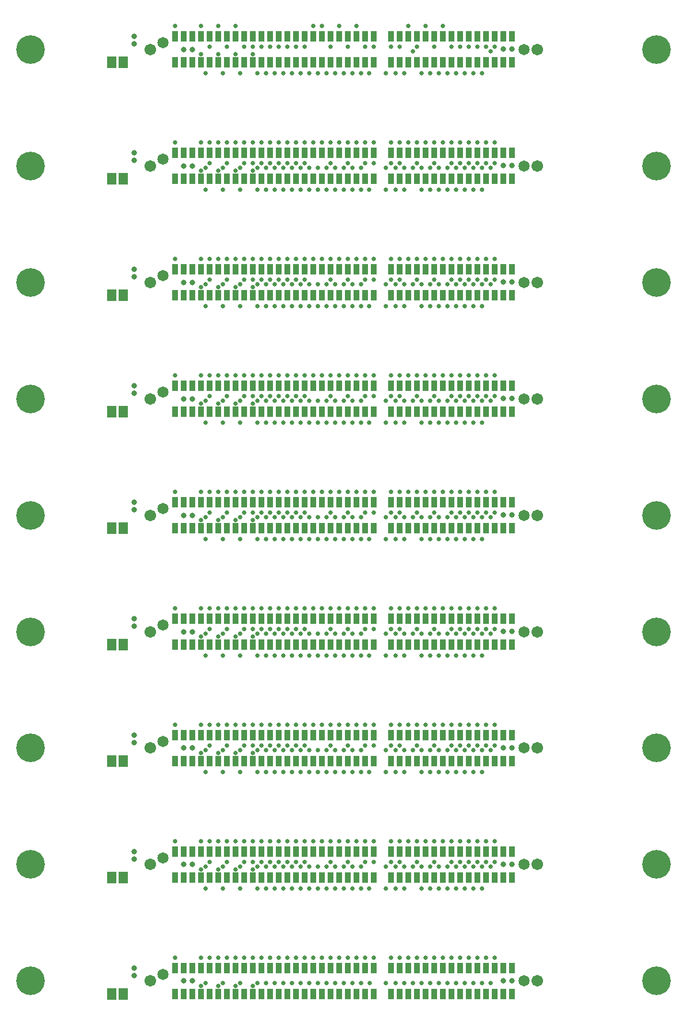
<source format=gbr>
%TF.GenerationSoftware,Altium Limited,Altium Designer,22.11.1 (43)*%
G04 Layer_Color=8388736*
%FSLAX45Y45*%
%MOMM*%
%TF.SameCoordinates,189E8146-0809-41ED-80BF-86DDFA5291D0*%
%TF.FilePolarity,Negative*%
%TF.FileFunction,Soldermask,Top*%
%TF.Part,Single*%
G01*
G75*
%TA.AperFunction,SMDPad,CuDef*%
%ADD28R,0.86320X1.55320*%
%ADD29R,1.40320X1.65320*%
%TA.AperFunction,ComponentPad*%
%ADD30C,1.65320*%
%ADD31C,1.71120*%
%TA.AperFunction,ViaPad*%
%ADD32C,4.20320*%
%ADD33C,0.83820*%
%ADD34C,0.64720*%
%ADD35C,0.64770*%
D28*
X7451501Y14370502D02*
D03*
Y13989502D02*
D03*
X7324501Y14370502D02*
D03*
Y13989502D02*
D03*
X7197501Y14370502D02*
D03*
Y13989502D02*
D03*
X7070501Y14370502D02*
D03*
Y13989502D02*
D03*
X6943501Y14370502D02*
D03*
Y13989502D02*
D03*
X6816501Y14370502D02*
D03*
Y13989502D02*
D03*
X6689501Y14370502D02*
D03*
Y13989502D02*
D03*
X6562501Y14370502D02*
D03*
Y13989502D02*
D03*
X6435501Y14370502D02*
D03*
Y13989502D02*
D03*
X6308501Y14370502D02*
D03*
Y13989502D02*
D03*
X6181501Y14370502D02*
D03*
Y13989502D02*
D03*
X6054501Y14370502D02*
D03*
Y13989502D02*
D03*
X5927501Y14370502D02*
D03*
Y13989502D02*
D03*
X5800501Y14370502D02*
D03*
Y13989502D02*
D03*
X5673501Y14370502D02*
D03*
Y13989502D02*
D03*
X5419501Y14370502D02*
D03*
Y13989502D02*
D03*
X5292501Y14370502D02*
D03*
Y13989502D02*
D03*
X5165501Y14370502D02*
D03*
Y13989502D02*
D03*
X5038501Y14370502D02*
D03*
Y13989502D02*
D03*
X4911501Y14370502D02*
D03*
Y13989502D02*
D03*
X4784501Y14370502D02*
D03*
Y13989502D02*
D03*
X4657501Y14370502D02*
D03*
Y13989502D02*
D03*
X4530501Y14370502D02*
D03*
Y13989502D02*
D03*
X4403501Y14370502D02*
D03*
Y13989502D02*
D03*
X4276501Y14370502D02*
D03*
Y13989502D02*
D03*
X4149501Y14370502D02*
D03*
Y13989502D02*
D03*
X4022501Y14370502D02*
D03*
Y13989502D02*
D03*
X3895501Y14370502D02*
D03*
Y13989502D02*
D03*
X3768501Y14370502D02*
D03*
Y13989502D02*
D03*
X3641501Y14370502D02*
D03*
Y13989502D02*
D03*
X3514501Y14370502D02*
D03*
Y13989502D02*
D03*
X3387501Y14370502D02*
D03*
Y13989502D02*
D03*
X3260501Y14370502D02*
D03*
X3260500Y13989502D02*
D03*
X3133501Y14370502D02*
D03*
Y13989502D02*
D03*
X3006501Y14370502D02*
D03*
Y13989502D02*
D03*
X2879501Y14370502D02*
D03*
Y13989502D02*
D03*
X2752501Y14370502D02*
D03*
Y13989502D02*
D03*
X2625501Y14370502D02*
D03*
Y13989502D02*
D03*
X2498501Y14370502D02*
D03*
Y13989502D02*
D03*
Y12279498D02*
D03*
Y12660498D02*
D03*
X2625501Y12279498D02*
D03*
Y12660498D02*
D03*
X2752501Y12279498D02*
D03*
Y12660498D02*
D03*
X2879501Y12279498D02*
D03*
Y12660498D02*
D03*
X3006501Y12279498D02*
D03*
Y12660498D02*
D03*
X3133501Y12279498D02*
D03*
Y12660498D02*
D03*
X3260501Y12279498D02*
D03*
Y12660498D02*
D03*
X3387501Y12279498D02*
D03*
Y12660498D02*
D03*
X3514501Y12279498D02*
D03*
Y12660498D02*
D03*
X3641501Y12279498D02*
D03*
Y12660498D02*
D03*
X3768501Y12279498D02*
D03*
Y12660498D02*
D03*
X3895501Y12279498D02*
D03*
Y12660498D02*
D03*
X4022501Y12279498D02*
D03*
Y12660498D02*
D03*
X4149501Y12279498D02*
D03*
Y12660498D02*
D03*
X4276501Y12279498D02*
D03*
Y12660498D02*
D03*
X4403501Y12279498D02*
D03*
Y12660498D02*
D03*
X4530501Y12279498D02*
D03*
Y12660498D02*
D03*
X4657501Y12279498D02*
D03*
Y12660498D02*
D03*
X4784501Y12279498D02*
D03*
Y12660498D02*
D03*
X4911501Y12279498D02*
D03*
Y12660498D02*
D03*
X5038501Y12279498D02*
D03*
Y12660498D02*
D03*
X5165501Y12279498D02*
D03*
Y12660498D02*
D03*
X5292501Y12279498D02*
D03*
Y12660498D02*
D03*
X5419501Y12279498D02*
D03*
Y12660498D02*
D03*
X5673501Y12279498D02*
D03*
Y12660498D02*
D03*
X5800501Y12279498D02*
D03*
Y12660498D02*
D03*
X5927501Y12279498D02*
D03*
Y12660498D02*
D03*
X6054501Y12279498D02*
D03*
Y12660498D02*
D03*
X6181501Y12279498D02*
D03*
Y12660498D02*
D03*
X6308501Y12279498D02*
D03*
Y12660498D02*
D03*
X6435501Y12279498D02*
D03*
Y12660498D02*
D03*
X6562501Y12279498D02*
D03*
Y12660498D02*
D03*
X6689501Y12279498D02*
D03*
Y12660498D02*
D03*
X6816501Y12279498D02*
D03*
Y12660498D02*
D03*
X6943501Y12279498D02*
D03*
Y12660498D02*
D03*
X7070501Y12279498D02*
D03*
Y12660498D02*
D03*
X7197501Y12279498D02*
D03*
Y12660498D02*
D03*
X7324501Y12279498D02*
D03*
Y12660498D02*
D03*
X7451501Y12279498D02*
D03*
Y12660498D02*
D03*
X2498501Y10569499D02*
D03*
Y10950499D02*
D03*
X2625501Y10569499D02*
D03*
Y10950499D02*
D03*
X2752501Y10569499D02*
D03*
Y10950499D02*
D03*
X2879501Y10569499D02*
D03*
Y10950499D02*
D03*
X3006501Y10569499D02*
D03*
Y10950499D02*
D03*
X3133501Y10569499D02*
D03*
Y10950499D02*
D03*
X3260501Y10569499D02*
D03*
Y10950499D02*
D03*
X3387501Y10569499D02*
D03*
Y10950499D02*
D03*
X3514501Y10569499D02*
D03*
Y10950499D02*
D03*
X3641501Y10569499D02*
D03*
Y10950499D02*
D03*
X3768501Y10569499D02*
D03*
Y10950499D02*
D03*
X3895501Y10569499D02*
D03*
Y10950499D02*
D03*
X4022501Y10569499D02*
D03*
Y10950499D02*
D03*
X4149501Y10569499D02*
D03*
Y10950499D02*
D03*
X4276501Y10569499D02*
D03*
Y10950499D02*
D03*
X4403501Y10569499D02*
D03*
Y10950499D02*
D03*
X4530501Y10569499D02*
D03*
Y10950499D02*
D03*
X4657501Y10569499D02*
D03*
Y10950499D02*
D03*
X4784501Y10569499D02*
D03*
Y10950499D02*
D03*
X4911501Y10569499D02*
D03*
Y10950499D02*
D03*
X5038501Y10569499D02*
D03*
Y10950499D02*
D03*
X5165501Y10569499D02*
D03*
Y10950499D02*
D03*
X5292501Y10569499D02*
D03*
Y10950499D02*
D03*
X5419501Y10569499D02*
D03*
Y10950499D02*
D03*
X5673501Y10569499D02*
D03*
Y10950499D02*
D03*
X5800501Y10569499D02*
D03*
Y10950499D02*
D03*
X5927501Y10569499D02*
D03*
Y10950499D02*
D03*
X6054501Y10569499D02*
D03*
Y10950499D02*
D03*
X6181501Y10569499D02*
D03*
Y10950499D02*
D03*
X6308501Y10569499D02*
D03*
Y10950499D02*
D03*
X6435501Y10569499D02*
D03*
Y10950499D02*
D03*
X6562501Y10569499D02*
D03*
Y10950499D02*
D03*
X6689501Y10569499D02*
D03*
Y10950499D02*
D03*
X6816501Y10569499D02*
D03*
Y10950499D02*
D03*
X6943501Y10569499D02*
D03*
Y10950499D02*
D03*
X7070501Y10569499D02*
D03*
Y10950499D02*
D03*
X7197501Y10569499D02*
D03*
Y10950499D02*
D03*
X7324501Y10569499D02*
D03*
Y10950499D02*
D03*
X7451501Y10569499D02*
D03*
Y10950499D02*
D03*
X2498501Y8859500D02*
D03*
Y9240500D02*
D03*
X2625501Y8859500D02*
D03*
Y9240500D02*
D03*
X2752501Y8859500D02*
D03*
Y9240500D02*
D03*
X2879501Y8859500D02*
D03*
Y9240500D02*
D03*
X3006501Y8859500D02*
D03*
Y9240500D02*
D03*
X3133501Y8859500D02*
D03*
Y9240500D02*
D03*
X3260501Y8859500D02*
D03*
Y9240500D02*
D03*
X3387501Y8859500D02*
D03*
Y9240500D02*
D03*
X3514501Y8859500D02*
D03*
Y9240500D02*
D03*
X3641501Y8859500D02*
D03*
Y9240500D02*
D03*
X3768501Y8859500D02*
D03*
Y9240500D02*
D03*
X3895501Y8859500D02*
D03*
Y9240500D02*
D03*
X4022501Y8859500D02*
D03*
Y9240500D02*
D03*
X4149501Y8859500D02*
D03*
Y9240500D02*
D03*
X4276501Y8859500D02*
D03*
Y9240500D02*
D03*
X4403501Y8859500D02*
D03*
Y9240500D02*
D03*
X4530501Y8859500D02*
D03*
Y9240500D02*
D03*
X4657501Y8859500D02*
D03*
Y9240500D02*
D03*
X4784501Y8859500D02*
D03*
Y9240500D02*
D03*
X4911501Y8859500D02*
D03*
Y9240500D02*
D03*
X5038501Y8859500D02*
D03*
Y9240500D02*
D03*
X5165501Y8859500D02*
D03*
Y9240500D02*
D03*
X5292501Y8859500D02*
D03*
Y9240500D02*
D03*
X5419501Y8859500D02*
D03*
Y9240500D02*
D03*
X5673501Y8859500D02*
D03*
Y9240500D02*
D03*
X5800501Y8859500D02*
D03*
Y9240500D02*
D03*
X5927501Y8859500D02*
D03*
Y9240500D02*
D03*
X6054501Y8859500D02*
D03*
Y9240500D02*
D03*
X6181501Y8859500D02*
D03*
Y9240500D02*
D03*
X6308501Y8859500D02*
D03*
Y9240500D02*
D03*
X6435501Y8859500D02*
D03*
Y9240500D02*
D03*
X6562501Y8859500D02*
D03*
Y9240500D02*
D03*
X6689501Y8859500D02*
D03*
Y9240500D02*
D03*
X6816501Y8859500D02*
D03*
Y9240500D02*
D03*
X6943501Y8859500D02*
D03*
Y9240500D02*
D03*
X7070501Y8859500D02*
D03*
Y9240500D02*
D03*
X7197501Y8859500D02*
D03*
Y9240500D02*
D03*
X7324501Y8859500D02*
D03*
Y9240500D02*
D03*
X7451501Y8859500D02*
D03*
Y9240500D02*
D03*
X2498501Y7149501D02*
D03*
Y7530501D02*
D03*
X2625501Y7149501D02*
D03*
Y7530501D02*
D03*
X2752501Y7149501D02*
D03*
Y7530501D02*
D03*
X2879501Y7149501D02*
D03*
Y7530501D02*
D03*
X3006501Y7149501D02*
D03*
Y7530501D02*
D03*
X3133501Y7149501D02*
D03*
Y7530501D02*
D03*
X3260501Y7149501D02*
D03*
Y7530501D02*
D03*
X3387501Y7149501D02*
D03*
Y7530501D02*
D03*
X3514501Y7149501D02*
D03*
Y7530501D02*
D03*
X3641501Y7149501D02*
D03*
Y7530501D02*
D03*
X3768501Y7149501D02*
D03*
Y7530501D02*
D03*
X3895501Y7149501D02*
D03*
Y7530501D02*
D03*
X4022501Y7149501D02*
D03*
Y7530501D02*
D03*
X4149501Y7149501D02*
D03*
Y7530501D02*
D03*
X4276501Y7149501D02*
D03*
Y7530501D02*
D03*
X4403501Y7149501D02*
D03*
Y7530501D02*
D03*
X4530501Y7149501D02*
D03*
Y7530501D02*
D03*
X4657501Y7149501D02*
D03*
Y7530501D02*
D03*
X4784501Y7149501D02*
D03*
Y7530501D02*
D03*
X4911501Y7149501D02*
D03*
Y7530501D02*
D03*
X5038501Y7149501D02*
D03*
Y7530501D02*
D03*
X5165501Y7149501D02*
D03*
Y7530501D02*
D03*
X5292501Y7149501D02*
D03*
Y7530501D02*
D03*
X5419501Y7149501D02*
D03*
Y7530501D02*
D03*
X5673501Y7149501D02*
D03*
Y7530501D02*
D03*
X5800501Y7149501D02*
D03*
Y7530501D02*
D03*
X5927501Y7149501D02*
D03*
Y7530501D02*
D03*
X6054501Y7149501D02*
D03*
Y7530501D02*
D03*
X6181501Y7149501D02*
D03*
Y7530501D02*
D03*
X6308501Y7149501D02*
D03*
Y7530501D02*
D03*
X6435501Y7149501D02*
D03*
Y7530501D02*
D03*
X6562501Y7149501D02*
D03*
Y7530501D02*
D03*
X6689501Y7149501D02*
D03*
Y7530501D02*
D03*
X6816501Y7149501D02*
D03*
Y7530501D02*
D03*
X6943501Y7149501D02*
D03*
Y7530501D02*
D03*
X7070501Y7149501D02*
D03*
Y7530501D02*
D03*
X7197501Y7149501D02*
D03*
Y7530501D02*
D03*
X7324501Y7149501D02*
D03*
Y7530501D02*
D03*
X7451501Y7149501D02*
D03*
Y7530501D02*
D03*
X2498501Y5439501D02*
D03*
Y5820501D02*
D03*
X2625501Y5439501D02*
D03*
Y5820501D02*
D03*
X2752501Y5439501D02*
D03*
Y5820501D02*
D03*
X2879501Y5439501D02*
D03*
Y5820501D02*
D03*
X3006501Y5439501D02*
D03*
Y5820501D02*
D03*
X3133501Y5439501D02*
D03*
Y5820501D02*
D03*
X3260501Y5439501D02*
D03*
Y5820501D02*
D03*
X3387501Y5439501D02*
D03*
Y5820501D02*
D03*
X3514501Y5439501D02*
D03*
Y5820501D02*
D03*
X3641501Y5439501D02*
D03*
Y5820501D02*
D03*
X3768501Y5439501D02*
D03*
Y5820501D02*
D03*
X3895501Y5439501D02*
D03*
Y5820501D02*
D03*
X4022501Y5439501D02*
D03*
Y5820501D02*
D03*
X4149501Y5439501D02*
D03*
Y5820501D02*
D03*
X4276501Y5439501D02*
D03*
Y5820501D02*
D03*
X4403501Y5439501D02*
D03*
Y5820501D02*
D03*
X4530501Y5439501D02*
D03*
Y5820501D02*
D03*
X4657501Y5439501D02*
D03*
Y5820501D02*
D03*
X4784501Y5439501D02*
D03*
Y5820501D02*
D03*
X4911501Y5439501D02*
D03*
Y5820501D02*
D03*
X5038501Y5439501D02*
D03*
Y5820501D02*
D03*
X5165501Y5439501D02*
D03*
Y5820501D02*
D03*
X5292501Y5439501D02*
D03*
Y5820501D02*
D03*
X5419501Y5439501D02*
D03*
Y5820501D02*
D03*
X5673501Y5439501D02*
D03*
Y5820501D02*
D03*
X5800501Y5439501D02*
D03*
Y5820501D02*
D03*
X5927501Y5439501D02*
D03*
Y5820501D02*
D03*
X6054501Y5439501D02*
D03*
Y5820501D02*
D03*
X6181501Y5439501D02*
D03*
Y5820501D02*
D03*
X6308501Y5439501D02*
D03*
Y5820501D02*
D03*
X6435501Y5439501D02*
D03*
Y5820501D02*
D03*
X6562501Y5439501D02*
D03*
Y5820501D02*
D03*
X6689501Y5439501D02*
D03*
Y5820501D02*
D03*
X6816501Y5439501D02*
D03*
Y5820501D02*
D03*
X6943501Y5439501D02*
D03*
Y5820501D02*
D03*
X7070501Y5439501D02*
D03*
Y5820501D02*
D03*
X7197501Y5439501D02*
D03*
Y5820501D02*
D03*
X7324501Y5439501D02*
D03*
Y5820501D02*
D03*
X7451501Y5439501D02*
D03*
Y5820501D02*
D03*
X2498501Y3729502D02*
D03*
Y4110502D02*
D03*
X2625501Y3729502D02*
D03*
Y4110502D02*
D03*
X2752501Y3729502D02*
D03*
Y4110502D02*
D03*
X2879501Y3729502D02*
D03*
Y4110502D02*
D03*
X3006501Y3729502D02*
D03*
Y4110502D02*
D03*
X3133501Y3729502D02*
D03*
Y4110502D02*
D03*
X3260501Y3729502D02*
D03*
Y4110502D02*
D03*
X3387501Y3729502D02*
D03*
Y4110502D02*
D03*
X3514501Y3729502D02*
D03*
Y4110502D02*
D03*
X3641501Y3729502D02*
D03*
Y4110502D02*
D03*
X3768501Y3729502D02*
D03*
Y4110502D02*
D03*
X3895501Y3729502D02*
D03*
Y4110502D02*
D03*
X4022501Y3729502D02*
D03*
Y4110502D02*
D03*
X4149501Y3729502D02*
D03*
Y4110502D02*
D03*
X4276501Y3729502D02*
D03*
Y4110502D02*
D03*
X4403501Y3729502D02*
D03*
Y4110502D02*
D03*
X4530501Y3729502D02*
D03*
Y4110502D02*
D03*
X4657501Y3729502D02*
D03*
Y4110502D02*
D03*
X4784501Y3729502D02*
D03*
Y4110502D02*
D03*
X4911501Y3729502D02*
D03*
Y4110502D02*
D03*
X5038501Y3729502D02*
D03*
Y4110502D02*
D03*
X5165501Y3729502D02*
D03*
Y4110502D02*
D03*
X5292501Y3729502D02*
D03*
Y4110502D02*
D03*
X5419501Y3729502D02*
D03*
Y4110502D02*
D03*
X5673501Y3729502D02*
D03*
Y4110502D02*
D03*
X5800501Y3729502D02*
D03*
Y4110502D02*
D03*
X5927501Y3729502D02*
D03*
Y4110502D02*
D03*
X6054501Y3729502D02*
D03*
Y4110502D02*
D03*
X6181501Y3729502D02*
D03*
Y4110502D02*
D03*
X6308501Y3729502D02*
D03*
Y4110502D02*
D03*
X6435501Y3729502D02*
D03*
Y4110502D02*
D03*
X6562501Y3729502D02*
D03*
Y4110502D02*
D03*
X6689501Y3729502D02*
D03*
Y4110502D02*
D03*
X6816501Y3729502D02*
D03*
Y4110502D02*
D03*
X6943501Y3729502D02*
D03*
Y4110502D02*
D03*
X7070501Y3729502D02*
D03*
Y4110502D02*
D03*
X7197501Y3729502D02*
D03*
Y4110502D02*
D03*
X7324501Y3729502D02*
D03*
Y4110502D02*
D03*
X7451501Y3729502D02*
D03*
Y4110502D02*
D03*
X2498501Y2019498D02*
D03*
Y2400498D02*
D03*
X2625501Y2019498D02*
D03*
Y2400498D02*
D03*
X2752501Y2019498D02*
D03*
Y2400498D02*
D03*
X2879501Y2019498D02*
D03*
Y2400498D02*
D03*
X3006501Y2019498D02*
D03*
Y2400498D02*
D03*
X3133501Y2019498D02*
D03*
Y2400498D02*
D03*
X3260501Y2019498D02*
D03*
Y2400498D02*
D03*
X3387501Y2019498D02*
D03*
Y2400498D02*
D03*
X3514501Y2019498D02*
D03*
Y2400498D02*
D03*
X3641501Y2019498D02*
D03*
Y2400498D02*
D03*
X3768501Y2019498D02*
D03*
Y2400498D02*
D03*
X3895501Y2019498D02*
D03*
Y2400498D02*
D03*
X4022501Y2019498D02*
D03*
Y2400498D02*
D03*
X4149501Y2019498D02*
D03*
Y2400498D02*
D03*
X4276501Y2019498D02*
D03*
Y2400498D02*
D03*
X4403501Y2019498D02*
D03*
Y2400498D02*
D03*
X4530501Y2019498D02*
D03*
Y2400498D02*
D03*
X4657501Y2019498D02*
D03*
Y2400498D02*
D03*
X4784501Y2019498D02*
D03*
Y2400498D02*
D03*
X4911501Y2019498D02*
D03*
Y2400498D02*
D03*
X5038501Y2019498D02*
D03*
Y2400498D02*
D03*
X5165501Y2019498D02*
D03*
Y2400498D02*
D03*
X5292501Y2019498D02*
D03*
Y2400498D02*
D03*
X5419501Y2019498D02*
D03*
Y2400498D02*
D03*
X5673501Y2019498D02*
D03*
Y2400498D02*
D03*
X5800501Y2019498D02*
D03*
Y2400498D02*
D03*
X5927501Y2019498D02*
D03*
Y2400498D02*
D03*
X6054501Y2019498D02*
D03*
Y2400498D02*
D03*
X6181501Y2019498D02*
D03*
Y2400498D02*
D03*
X6308501Y2019498D02*
D03*
Y2400498D02*
D03*
X6435501Y2019498D02*
D03*
Y2400498D02*
D03*
X6562501Y2019498D02*
D03*
Y2400498D02*
D03*
X6689501Y2019498D02*
D03*
Y2400498D02*
D03*
X6816501Y2019498D02*
D03*
Y2400498D02*
D03*
X6943501Y2019498D02*
D03*
Y2400498D02*
D03*
X7070501Y2019498D02*
D03*
Y2400498D02*
D03*
X7197501Y2019498D02*
D03*
Y2400498D02*
D03*
X7324501Y2019498D02*
D03*
Y2400498D02*
D03*
X7451501Y2019498D02*
D03*
Y2400498D02*
D03*
Y309499D02*
D03*
X7324501Y690499D02*
D03*
X7197501Y309499D02*
D03*
X7070501Y690499D02*
D03*
X6943501Y309499D02*
D03*
X6689501Y690499D02*
D03*
X6562501D02*
D03*
X2752501D02*
D03*
X2625501D02*
D03*
X6689501Y309499D02*
D03*
X6562501D02*
D03*
X2752501D02*
D03*
X2625501D02*
D03*
X6308501Y690499D02*
D03*
Y309499D02*
D03*
X6181501Y690499D02*
D03*
Y309499D02*
D03*
X6054501Y690499D02*
D03*
Y309499D02*
D03*
X5927501Y690499D02*
D03*
Y309499D02*
D03*
X5800501Y690499D02*
D03*
Y309499D02*
D03*
X5673501Y690499D02*
D03*
Y309499D02*
D03*
X5419501Y690499D02*
D03*
Y309499D02*
D03*
X5292501Y690499D02*
D03*
Y309499D02*
D03*
X5038501Y690499D02*
D03*
Y309499D02*
D03*
X4911501Y690499D02*
D03*
Y309499D02*
D03*
X4784501Y690499D02*
D03*
Y309499D02*
D03*
X4657501Y690499D02*
D03*
Y309499D02*
D03*
X4530501Y690499D02*
D03*
X4403501D02*
D03*
Y309499D02*
D03*
X4276501Y690499D02*
D03*
Y309499D02*
D03*
X4149501Y690499D02*
D03*
X4022501Y309499D02*
D03*
X3895501Y690499D02*
D03*
X3768501D02*
D03*
Y309499D02*
D03*
X3641501Y690499D02*
D03*
Y309499D02*
D03*
X3514501D02*
D03*
X3387501D02*
D03*
X3260501D02*
D03*
X3133501D02*
D03*
X3006501D02*
D03*
X3514501Y690499D02*
D03*
X3387501D02*
D03*
X3260501D02*
D03*
X3133501D02*
D03*
X3006501D02*
D03*
X2498501Y309499D02*
D03*
X7451501Y690499D02*
D03*
X7324501Y309499D02*
D03*
X7197501Y690499D02*
D03*
X7070501Y309499D02*
D03*
X6943501Y690499D02*
D03*
X6816501D02*
D03*
Y309499D02*
D03*
X6435501Y690499D02*
D03*
Y309499D02*
D03*
X5165501Y690499D02*
D03*
Y309499D02*
D03*
X4530501D02*
D03*
X4149501D02*
D03*
X4022501Y690499D02*
D03*
X3895501Y309499D02*
D03*
X2879501Y690499D02*
D03*
Y309499D02*
D03*
X2498501Y690499D02*
D03*
D29*
X1734998Y13989502D02*
D03*
X1565001D02*
D03*
X1734998Y12279498D02*
D03*
X1565001D02*
D03*
X1734998Y10569499D02*
D03*
X1565001D02*
D03*
X1734998Y8859500D02*
D03*
X1565001D02*
D03*
X1734998Y7149501D02*
D03*
X1565001D02*
D03*
X1734998Y5439501D02*
D03*
X1565001D02*
D03*
X1734998Y3729502D02*
D03*
X1565001D02*
D03*
X1734998Y2019498D02*
D03*
X1565001D02*
D03*
X1734998Y309499D02*
D03*
X1565001D02*
D03*
D30*
X7630003Y14180002D02*
D03*
X2321001Y14280002D02*
D03*
Y12569998D02*
D03*
X7630003Y12469998D02*
D03*
X2321001Y10859999D02*
D03*
X7630003Y10759999D02*
D03*
X2321001Y9149999D02*
D03*
X7630003Y9050000D02*
D03*
X2321001Y7440000D02*
D03*
X7630003Y7340001D02*
D03*
X2321001Y5730001D02*
D03*
X7630003Y5630001D02*
D03*
X2321001Y4020002D02*
D03*
X7630003Y3920002D02*
D03*
X2321001Y2309998D02*
D03*
X7630003Y2209998D02*
D03*
Y499999D02*
D03*
X2321001Y599999D02*
D03*
D31*
X7820000Y14180002D02*
D03*
X2129998D02*
D03*
Y12469998D02*
D03*
X7820000D02*
D03*
X2129998Y10759999D02*
D03*
X7820000D02*
D03*
X2129998Y9050000D02*
D03*
X7820000D02*
D03*
X2129998Y7340001D02*
D03*
X7820000D02*
D03*
X2129998Y5630001D02*
D03*
X7820000D02*
D03*
X2129998Y3920002D02*
D03*
X7820000D02*
D03*
X2129998Y2209998D02*
D03*
X7820000D02*
D03*
Y499999D02*
D03*
X2129998D02*
D03*
D32*
X375001D02*
D03*
Y2209998D02*
D03*
Y3920002D02*
D03*
Y5630001D02*
D03*
Y7340001D02*
D03*
Y9050000D02*
D03*
Y10759999D02*
D03*
Y12469998D02*
D03*
Y14180002D02*
D03*
X9575002Y2209998D02*
D03*
Y3920002D02*
D03*
Y5630001D02*
D03*
Y7340001D02*
D03*
Y9050000D02*
D03*
Y10759999D02*
D03*
Y12469998D02*
D03*
Y14180002D02*
D03*
Y499999D02*
D03*
D33*
X7451500Y14184502D02*
D03*
Y12474501D02*
D03*
Y10764501D02*
D03*
Y9054501D02*
D03*
Y7344501D02*
D03*
Y5634501D02*
D03*
Y3924501D02*
D03*
Y2214502D02*
D03*
X7324501Y504501D02*
D03*
X7451500Y504500D02*
D03*
X7324501Y14184502D02*
D03*
X2752501Y14180000D02*
D03*
X2625501D02*
D03*
X7324501Y12474502D02*
D03*
X2752501Y12470001D02*
D03*
X2625501D02*
D03*
X7324501Y10764502D02*
D03*
X2752501Y10760001D02*
D03*
X2625501D02*
D03*
X7324501Y9054502D02*
D03*
X2752501Y9050001D02*
D03*
X2625501D02*
D03*
X7324501Y7344502D02*
D03*
X2752501Y7340001D02*
D03*
X2625501D02*
D03*
X7324501Y5634502D02*
D03*
X2752501Y5630001D02*
D03*
X2625501D02*
D03*
X7324501Y3924502D02*
D03*
X2752501Y3920001D02*
D03*
X2625501D02*
D03*
X7324501Y2214502D02*
D03*
X2625501Y2210000D02*
D03*
X2752501D02*
D03*
X2625501Y500000D02*
D03*
X2752501D02*
D03*
X7324501Y2214502D02*
D03*
X1900001Y578998D02*
D03*
Y14259001D02*
D03*
Y12549002D02*
D03*
Y10838998D02*
D03*
Y9128999D02*
D03*
Y7419000D02*
D03*
Y5709001D02*
D03*
Y3999001D02*
D03*
Y2289002D02*
D03*
Y14370000D02*
D03*
Y12660000D02*
D03*
Y10950001D02*
D03*
Y9240002D02*
D03*
Y7529998D02*
D03*
Y5819999D02*
D03*
Y4109999D02*
D03*
Y2400000D02*
D03*
Y690001D02*
D03*
Y578998D02*
D03*
D34*
X2498500Y14520500D02*
D03*
Y12810500D02*
D03*
Y11100499D02*
D03*
Y9390499D02*
D03*
Y7680499D02*
D03*
Y5970499D02*
D03*
Y4260499D02*
D03*
Y2550500D02*
D03*
X2879499Y2550500D02*
D03*
Y7680500D02*
D03*
X2879500Y840500D02*
D03*
X2879499Y14520500D02*
D03*
Y12810500D02*
D03*
Y11100500D02*
D03*
Y9390500D02*
D03*
Y5970500D02*
D03*
Y4260500D02*
D03*
X2498500Y840500D02*
D03*
D35*
X4086000Y2180000D02*
D03*
X6118000Y1859001D02*
D03*
X3387499Y14520502D02*
D03*
X3831999Y13829001D02*
D03*
X3958999D02*
D03*
X4085999D02*
D03*
X4212999D02*
D03*
X4339999D02*
D03*
X4593999D02*
D03*
X4720999D02*
D03*
X4847999D02*
D03*
X5228999D02*
D03*
X5354776D02*
D03*
X5600999D02*
D03*
X5736999D02*
D03*
X5863999D02*
D03*
X6244999D02*
D03*
X6372000D02*
D03*
X6499000D02*
D03*
X6626000D02*
D03*
X6879999D02*
D03*
X7007000D02*
D03*
X3133499Y14520502D02*
D03*
X5990999Y14150002D02*
D03*
X3450999Y13829001D02*
D03*
X3196999D02*
D03*
X2942999D02*
D03*
X3006499Y14220502D02*
D03*
X4657499Y14520502D02*
D03*
X7197499Y14220502D02*
D03*
X7070499D02*
D03*
X6943499D02*
D03*
X6816499D02*
D03*
X6753000Y13829001D02*
D03*
X6689499Y14220502D02*
D03*
X6562499D02*
D03*
X6118000Y13829001D02*
D03*
X6308499Y14220502D02*
D03*
X6054499D02*
D03*
X5800499D02*
D03*
X5673499D02*
D03*
X5419499D02*
D03*
X5292499D02*
D03*
X5101999Y13829001D02*
D03*
X5038499Y14220502D02*
D03*
X4974999Y13829001D02*
D03*
X4784499Y14220502D02*
D03*
X4466999Y13829001D02*
D03*
X4403501Y14220502D02*
D03*
X4276499D02*
D03*
X4149499D02*
D03*
X4022499D02*
D03*
X3895499D02*
D03*
X3768499D02*
D03*
X3704999Y13829001D02*
D03*
X3260499Y14220502D02*
D03*
X3641499D02*
D03*
X3514499D02*
D03*
X4911499Y14520502D02*
D03*
X6435500D02*
D03*
X5927499D02*
D03*
X7133999Y14150002D02*
D03*
X5165499Y14520502D02*
D03*
X4530499D02*
D03*
X3387499Y14109875D02*
D03*
X3133499D02*
D03*
X2879501D02*
D03*
X3641499Y14109901D02*
D03*
X6181499Y14520502D02*
D03*
X3831999Y12119001D02*
D03*
X3958999D02*
D03*
X4085999D02*
D03*
X4212999D02*
D03*
X4339999D02*
D03*
X4593999D02*
D03*
X4720999D02*
D03*
X4847999D02*
D03*
X5228999D02*
D03*
X5354776D02*
D03*
X5600999D02*
D03*
X5736999D02*
D03*
X5863999D02*
D03*
X6244999D02*
D03*
X6372000D02*
D03*
X6499000D02*
D03*
X6626000D02*
D03*
X6879999D02*
D03*
X7007000D02*
D03*
X4847999Y12440001D02*
D03*
X4974999D02*
D03*
X7070499Y12810501D02*
D03*
X6943499D02*
D03*
X6879999Y12440001D02*
D03*
X6816499Y12810501D02*
D03*
X6689499D02*
D03*
X6753000Y12440001D02*
D03*
X6244999D02*
D03*
X6118000D02*
D03*
X5863999D02*
D03*
X5736999D02*
D03*
X5600999D02*
D03*
X5800499Y12810501D02*
D03*
X4784499D02*
D03*
X4403501D02*
D03*
X4339999Y12440001D02*
D03*
X4276499Y12810501D02*
D03*
X4149499D02*
D03*
X3895499D02*
D03*
X3768499D02*
D03*
X5228999Y12440001D02*
D03*
X5101999D02*
D03*
X4720999D02*
D03*
X4593999D02*
D03*
X4466999D02*
D03*
X4212999D02*
D03*
X4085999D02*
D03*
X3958999D02*
D03*
X3831999D02*
D03*
X3260499Y12810501D02*
D03*
X3133499D02*
D03*
X3196999Y12440001D02*
D03*
X3450999D02*
D03*
X3641499Y12810501D02*
D03*
X7197499D02*
D03*
X6562499D02*
D03*
X6308499D02*
D03*
X6054499D02*
D03*
X5673499D02*
D03*
X5419499D02*
D03*
X5292499D02*
D03*
X5038499D02*
D03*
X4022499D02*
D03*
X3514499D02*
D03*
X3006499D02*
D03*
X2942999Y12440001D02*
D03*
X3704999D02*
D03*
X5990999D02*
D03*
X3450999Y12119001D02*
D03*
X3196999D02*
D03*
X2942999D02*
D03*
X3006499Y12510501D02*
D03*
X4657499Y12810501D02*
D03*
X6372000Y12440001D02*
D03*
X6499000D02*
D03*
X6626000D02*
D03*
X7007000D02*
D03*
X7197499Y12510501D02*
D03*
X7070499D02*
D03*
X6943499D02*
D03*
X6816499D02*
D03*
X6753000Y12119001D02*
D03*
X6689499Y12510501D02*
D03*
X6562499D02*
D03*
X6118000Y12119001D02*
D03*
X6308499Y12510501D02*
D03*
X6054499D02*
D03*
X5800499D02*
D03*
X5673499D02*
D03*
X5419499D02*
D03*
X5292499D02*
D03*
X5101999Y12119001D02*
D03*
X5038499Y12510501D02*
D03*
X4974999Y12119001D02*
D03*
X4784499Y12510501D02*
D03*
X4466999Y12119001D02*
D03*
X4403501Y12510501D02*
D03*
X4276499D02*
D03*
X4149499D02*
D03*
X4022499D02*
D03*
X3895499D02*
D03*
X3768499D02*
D03*
X3704999Y12119001D02*
D03*
X3260499Y12510501D02*
D03*
X3641499D02*
D03*
X3514499D02*
D03*
X4911499Y12810501D02*
D03*
X6435500D02*
D03*
X5927499D02*
D03*
X7133999Y12440001D02*
D03*
X5165499Y12810501D02*
D03*
X4530499D02*
D03*
X3387499Y12399876D02*
D03*
Y12810501D02*
D03*
X3133499Y12399876D02*
D03*
X2879501D02*
D03*
X3641499Y12399901D02*
D03*
X6181499Y12810501D02*
D03*
X3831999Y10409001D02*
D03*
X3958999D02*
D03*
X4085999D02*
D03*
X4212999D02*
D03*
X4339999D02*
D03*
X4593999D02*
D03*
X4720999D02*
D03*
X4847999D02*
D03*
X5228999D02*
D03*
X5354776D02*
D03*
X5600999D02*
D03*
X5736999D02*
D03*
X5863999D02*
D03*
X6244999D02*
D03*
X6372000D02*
D03*
X6499000D02*
D03*
X6626000D02*
D03*
X6879999D02*
D03*
X7007000D02*
D03*
X4847999Y10730000D02*
D03*
X4974999D02*
D03*
X7070499Y11100501D02*
D03*
X6943499D02*
D03*
X6879999Y10730000D02*
D03*
X6816499Y11100501D02*
D03*
X6689499D02*
D03*
X6753000Y10730000D02*
D03*
X6244999D02*
D03*
X6118000D02*
D03*
X5863999D02*
D03*
X5736999D02*
D03*
X5600999D02*
D03*
X5800499Y11100501D02*
D03*
X4784499D02*
D03*
X4403501D02*
D03*
X4339999Y10730000D02*
D03*
X4276499Y11100501D02*
D03*
X4149499D02*
D03*
X3895499D02*
D03*
X3768499D02*
D03*
X5228999Y10730000D02*
D03*
X5101999D02*
D03*
X4720999D02*
D03*
X4593999D02*
D03*
X4466999D02*
D03*
X4212999D02*
D03*
X4085999D02*
D03*
X3958999D02*
D03*
X3831999D02*
D03*
X3260499Y11100501D02*
D03*
X3133499D02*
D03*
X3196999Y10730000D02*
D03*
X3450999D02*
D03*
X3641499Y11100501D02*
D03*
X7197499D02*
D03*
X6562499D02*
D03*
X6308499D02*
D03*
X6054499D02*
D03*
X5673499D02*
D03*
X5419499D02*
D03*
X5292499D02*
D03*
X5038499D02*
D03*
X4022499D02*
D03*
X3514499D02*
D03*
X3006499D02*
D03*
X2942999Y10730000D02*
D03*
X3704999D02*
D03*
X5990999D02*
D03*
X3450999Y10409001D02*
D03*
X3196999D02*
D03*
X2942999D02*
D03*
X3006499Y10800500D02*
D03*
X4657499Y11100501D02*
D03*
X6372000Y10730000D02*
D03*
X6499000D02*
D03*
X6626000D02*
D03*
X7007000D02*
D03*
X7197499Y10800500D02*
D03*
X7070499D02*
D03*
X6943499D02*
D03*
X6816499D02*
D03*
X6753000Y10409001D02*
D03*
X6689499Y10800500D02*
D03*
X6562499D02*
D03*
X6118000Y10409001D02*
D03*
X6308499Y10800500D02*
D03*
X6054499D02*
D03*
X5800499D02*
D03*
X5673499D02*
D03*
X5419499D02*
D03*
X5292499D02*
D03*
X5101999Y10409001D02*
D03*
X5038499Y10800500D02*
D03*
X4974999Y10409001D02*
D03*
X4784499Y10800500D02*
D03*
X4466999Y10409001D02*
D03*
X4403501Y10800500D02*
D03*
X4276499D02*
D03*
X4149499D02*
D03*
X4022499D02*
D03*
X3895499D02*
D03*
X3768499D02*
D03*
X3704999Y10409001D02*
D03*
X3260499Y10800500D02*
D03*
X3641499D02*
D03*
X3514499D02*
D03*
X4911499Y11100501D02*
D03*
X6435500D02*
D03*
X5927499D02*
D03*
X7133999Y10730000D02*
D03*
X5165499Y11100501D02*
D03*
X4530499D02*
D03*
X3387499Y10689875D02*
D03*
Y11100501D02*
D03*
X3133499Y10689875D02*
D03*
X2879501D02*
D03*
X3641499Y10689900D02*
D03*
X6181499Y11100501D02*
D03*
X3831999Y8699001D02*
D03*
X3958999D02*
D03*
X4085999D02*
D03*
X4212999D02*
D03*
X4339999D02*
D03*
X4593999D02*
D03*
X4720999D02*
D03*
X4847999D02*
D03*
X5228999D02*
D03*
X5354776D02*
D03*
X5600999D02*
D03*
X5736999D02*
D03*
X5863999D02*
D03*
X6244999D02*
D03*
X6372000D02*
D03*
X6499000D02*
D03*
X6626000D02*
D03*
X6879999D02*
D03*
X7007000D02*
D03*
X4847999Y9020001D02*
D03*
X4974999D02*
D03*
X7070499Y9390501D02*
D03*
X6943499D02*
D03*
X6879999Y9020001D02*
D03*
X6816499Y9390501D02*
D03*
X6689499D02*
D03*
X6753000Y9020001D02*
D03*
X6244999D02*
D03*
X6118000D02*
D03*
X5863999D02*
D03*
X5736999D02*
D03*
X5600999D02*
D03*
X5800499Y9390501D02*
D03*
X4784499D02*
D03*
X4403501D02*
D03*
X4339999Y9020001D02*
D03*
X4276499Y9390501D02*
D03*
X4149499D02*
D03*
X3895499D02*
D03*
X3768499D02*
D03*
X5228999Y9020001D02*
D03*
X5101999D02*
D03*
X4720999D02*
D03*
X4593999D02*
D03*
X4466999D02*
D03*
X4212999D02*
D03*
X4085999D02*
D03*
X3958999D02*
D03*
X3831999D02*
D03*
X3260499Y9390501D02*
D03*
X3133499D02*
D03*
X3196999Y9020001D02*
D03*
X3450999D02*
D03*
X3641499Y9390501D02*
D03*
X7197499D02*
D03*
X6562499D02*
D03*
X6308499D02*
D03*
X6054499D02*
D03*
X5673499D02*
D03*
X5419499D02*
D03*
X5292499D02*
D03*
X5038499D02*
D03*
X4022499D02*
D03*
X3514499D02*
D03*
X3006499D02*
D03*
X2942999Y9020001D02*
D03*
X3704999D02*
D03*
X5990999D02*
D03*
X3450999Y8699001D02*
D03*
X3196999D02*
D03*
X2942999D02*
D03*
X3006499Y9090501D02*
D03*
X4657499Y9390501D02*
D03*
X6372000Y9020001D02*
D03*
X6499000D02*
D03*
X6626000D02*
D03*
X7007000D02*
D03*
X7197499Y9090501D02*
D03*
X7070499D02*
D03*
X6943499D02*
D03*
X6816499D02*
D03*
X6753000Y8699001D02*
D03*
X6689499Y9090501D02*
D03*
X6562499D02*
D03*
X6118000Y8699001D02*
D03*
X6308499Y9090501D02*
D03*
X6054499D02*
D03*
X5800499D02*
D03*
X5673499D02*
D03*
X5419499D02*
D03*
X5292499D02*
D03*
X5101999Y8699001D02*
D03*
X5038499Y9090501D02*
D03*
X4974999Y8699001D02*
D03*
X4784499Y9090501D02*
D03*
X4466999Y8699001D02*
D03*
X4403501Y9090501D02*
D03*
X4276499D02*
D03*
X4149499D02*
D03*
X4022499D02*
D03*
X3895499D02*
D03*
X3768499D02*
D03*
X3704999Y8699001D02*
D03*
X3260499Y9090501D02*
D03*
X3641499D02*
D03*
X3514499D02*
D03*
X4911499Y9390501D02*
D03*
X6435500D02*
D03*
X5927499D02*
D03*
X7133999Y9020001D02*
D03*
X5165499Y9390501D02*
D03*
X4530499D02*
D03*
X3387499Y8979876D02*
D03*
Y9390501D02*
D03*
X3133499Y8979876D02*
D03*
X2879501D02*
D03*
X3641499Y8979901D02*
D03*
X6181499Y9390501D02*
D03*
X3831999Y6989001D02*
D03*
X3958999D02*
D03*
X4085999D02*
D03*
X4212999D02*
D03*
X4339999D02*
D03*
X4593999D02*
D03*
X4720999D02*
D03*
X4847999D02*
D03*
X5228999D02*
D03*
X5354776D02*
D03*
X5600999D02*
D03*
X5736999D02*
D03*
X5863999D02*
D03*
X6244999D02*
D03*
X6372000D02*
D03*
X6499000D02*
D03*
X6626000D02*
D03*
X6879999D02*
D03*
X7007000D02*
D03*
X4847999Y7310001D02*
D03*
X4974999D02*
D03*
X7070499Y7680501D02*
D03*
X6943499D02*
D03*
X6879999Y7310001D02*
D03*
X6816499Y7680501D02*
D03*
X6689499D02*
D03*
X6753000Y7310001D02*
D03*
X6244999D02*
D03*
X6118000D02*
D03*
X5863999D02*
D03*
X5736999D02*
D03*
X5600999D02*
D03*
X5800499Y7680501D02*
D03*
X4784499D02*
D03*
X4403501D02*
D03*
X4339999Y7310001D02*
D03*
X4276499Y7680501D02*
D03*
X4149499D02*
D03*
X3895499D02*
D03*
X3768499D02*
D03*
X5228999Y7310001D02*
D03*
X5101999D02*
D03*
X4720999D02*
D03*
X4593999D02*
D03*
X4466999D02*
D03*
X4212999D02*
D03*
X4085999D02*
D03*
X3958999D02*
D03*
X3831999D02*
D03*
X3260499Y7680501D02*
D03*
X3133499D02*
D03*
X3196999Y7310001D02*
D03*
X3450999D02*
D03*
X3641499Y7680501D02*
D03*
X7197499D02*
D03*
X6562499D02*
D03*
X6308499D02*
D03*
X6054499D02*
D03*
X5673499D02*
D03*
X5419499D02*
D03*
X5292499D02*
D03*
X5038499D02*
D03*
X4022499D02*
D03*
X3514499D02*
D03*
X3006499D02*
D03*
X2942999Y7310001D02*
D03*
X3704999D02*
D03*
X5990999D02*
D03*
X3450999Y6989001D02*
D03*
X3196999D02*
D03*
X2942999D02*
D03*
X3006499Y7380501D02*
D03*
X4657499Y7680501D02*
D03*
X6372000Y7310001D02*
D03*
X6499000D02*
D03*
X6626000D02*
D03*
X7007000D02*
D03*
X7197499Y7380501D02*
D03*
X7070499D02*
D03*
X6943499D02*
D03*
X6816499D02*
D03*
X6753000Y6989001D02*
D03*
X6689499Y7380501D02*
D03*
X6562499D02*
D03*
X6118000Y6989001D02*
D03*
X6308499Y7380501D02*
D03*
X6054499D02*
D03*
X5800499D02*
D03*
X5673499D02*
D03*
X5419499D02*
D03*
X5292499D02*
D03*
X5101999Y6989001D02*
D03*
X5038499Y7380501D02*
D03*
X4974999Y6989001D02*
D03*
X4784499Y7380501D02*
D03*
X4466999Y6989001D02*
D03*
X4403501Y7380501D02*
D03*
X4276499D02*
D03*
X4149499D02*
D03*
X4022499D02*
D03*
X3895499D02*
D03*
X3768499D02*
D03*
X3704999Y6989001D02*
D03*
X3260499Y7380501D02*
D03*
X3641499D02*
D03*
X3514499D02*
D03*
X4911499Y7680501D02*
D03*
X6435500D02*
D03*
X5927499D02*
D03*
X7133999Y7310001D02*
D03*
X5165499Y7680501D02*
D03*
X4530499D02*
D03*
X3387499Y7269876D02*
D03*
Y7680501D02*
D03*
X3133499Y7269876D02*
D03*
X2879501D02*
D03*
X3641499Y7269901D02*
D03*
X6181499Y7680501D02*
D03*
X3831999Y5279001D02*
D03*
X3958999D02*
D03*
X4085999D02*
D03*
X4212999D02*
D03*
X4339999D02*
D03*
X4593999D02*
D03*
X4720999D02*
D03*
X4847999D02*
D03*
X5228999D02*
D03*
X5354776D02*
D03*
X5600999D02*
D03*
X5736999D02*
D03*
X5863999D02*
D03*
X6244999D02*
D03*
X6372000D02*
D03*
X6499000D02*
D03*
X6626000D02*
D03*
X6879999D02*
D03*
X7007000D02*
D03*
X4847999Y5600001D02*
D03*
X4974999D02*
D03*
X7070499Y5970501D02*
D03*
X6943499D02*
D03*
X6879999Y5600001D02*
D03*
X6816499Y5970501D02*
D03*
X6689499D02*
D03*
X6753000Y5600001D02*
D03*
X6244999D02*
D03*
X6118000D02*
D03*
X5863999D02*
D03*
X5736999D02*
D03*
X5600999D02*
D03*
X5800499Y5970501D02*
D03*
X4784499D02*
D03*
X4403501D02*
D03*
X4339999Y5600001D02*
D03*
X4276499Y5970501D02*
D03*
X4149499D02*
D03*
X3895499D02*
D03*
X3768499D02*
D03*
X5228999Y5600001D02*
D03*
X5101999D02*
D03*
X4720999D02*
D03*
X4593999D02*
D03*
X4466999D02*
D03*
X4212999D02*
D03*
X4085999D02*
D03*
X3958999D02*
D03*
X3831999D02*
D03*
X3260499Y5970501D02*
D03*
X3133499D02*
D03*
X3196999Y5600001D02*
D03*
X3450999D02*
D03*
X3641499Y5970501D02*
D03*
X7197499D02*
D03*
X6562499D02*
D03*
X6308499D02*
D03*
X6054499D02*
D03*
X5673499D02*
D03*
X5419499D02*
D03*
X5292499D02*
D03*
X5038499D02*
D03*
X4022499D02*
D03*
X3514499D02*
D03*
X3006499D02*
D03*
X2942999Y5600001D02*
D03*
X3704999D02*
D03*
X5990999D02*
D03*
X3450999Y5279001D02*
D03*
X3196999D02*
D03*
X2942999D02*
D03*
X3006499Y5670501D02*
D03*
X4657499Y5970501D02*
D03*
X6372000Y5600001D02*
D03*
X6499000D02*
D03*
X6626000D02*
D03*
X7007000D02*
D03*
X7197499Y5670501D02*
D03*
X7070499D02*
D03*
X6943499D02*
D03*
X6816499D02*
D03*
X6753000Y5279001D02*
D03*
X6689499Y5670501D02*
D03*
X6562499D02*
D03*
X6118000Y5279001D02*
D03*
X6308499Y5670501D02*
D03*
X6054499D02*
D03*
X5800499D02*
D03*
X5673499D02*
D03*
X5419499D02*
D03*
X5292499D02*
D03*
X5101999Y5279001D02*
D03*
X5038499Y5670501D02*
D03*
X4974999Y5279001D02*
D03*
X4784499Y5670501D02*
D03*
X4466999Y5279001D02*
D03*
X4403501Y5670501D02*
D03*
X4276499D02*
D03*
X4149499D02*
D03*
X4022499D02*
D03*
X3895499D02*
D03*
X3768499D02*
D03*
X3704999Y5279001D02*
D03*
X3260499Y5670501D02*
D03*
X3641499D02*
D03*
X3514499D02*
D03*
X4911499Y5970501D02*
D03*
X6435500D02*
D03*
X5927499D02*
D03*
X7133999Y5600001D02*
D03*
X5165499Y5970501D02*
D03*
X4530499D02*
D03*
X3387499Y5559876D02*
D03*
Y5970501D02*
D03*
X3133499Y5559876D02*
D03*
X2879501D02*
D03*
X3641499Y5559901D02*
D03*
X6181499Y5970501D02*
D03*
X3831999Y3569001D02*
D03*
X3958999D02*
D03*
X4085999D02*
D03*
X4212999D02*
D03*
X4339999D02*
D03*
X4593999D02*
D03*
X4720999D02*
D03*
X4847999D02*
D03*
X5228999D02*
D03*
X5354776D02*
D03*
X5600999D02*
D03*
X5736999D02*
D03*
X5863999D02*
D03*
X6244999D02*
D03*
X6372000D02*
D03*
X6499000D02*
D03*
X6626000D02*
D03*
X6879999D02*
D03*
X7007000D02*
D03*
X4847999Y3890001D02*
D03*
X4974999D02*
D03*
X7070499Y4260501D02*
D03*
X6943499D02*
D03*
X6879999Y3890001D02*
D03*
X6816499Y4260501D02*
D03*
X6689499D02*
D03*
X6753000Y3890001D02*
D03*
X6244999D02*
D03*
X6118000D02*
D03*
X5863999D02*
D03*
X5736999D02*
D03*
X5600999D02*
D03*
X5800499Y4260501D02*
D03*
X4784499D02*
D03*
X4403501D02*
D03*
X4339999Y3890001D02*
D03*
X4276499Y4260501D02*
D03*
X4149499D02*
D03*
X3895499D02*
D03*
X3768499D02*
D03*
X5228999Y3890001D02*
D03*
X5101999D02*
D03*
X4720999D02*
D03*
X4593999D02*
D03*
X4466999D02*
D03*
X4212999D02*
D03*
X4085999D02*
D03*
X3958999D02*
D03*
X3831999D02*
D03*
X3260499Y4260501D02*
D03*
X3133499D02*
D03*
X3196999Y3890001D02*
D03*
X3450999D02*
D03*
X3641499Y4260501D02*
D03*
X7197499D02*
D03*
X6562499D02*
D03*
X6308499D02*
D03*
X6054499D02*
D03*
X5673499D02*
D03*
X5419499D02*
D03*
X5292499D02*
D03*
X5038499D02*
D03*
X4022499D02*
D03*
X3514499D02*
D03*
X3006499D02*
D03*
X2942999Y3890001D02*
D03*
X3704999D02*
D03*
X5990999D02*
D03*
X3450999Y3569001D02*
D03*
X3196999D02*
D03*
X2942999D02*
D03*
X3006499Y3960501D02*
D03*
X4657499Y4260501D02*
D03*
X6372000Y3890001D02*
D03*
X6499000D02*
D03*
X6626000D02*
D03*
X7007000D02*
D03*
X7197499Y3960501D02*
D03*
X7070499D02*
D03*
X6943499D02*
D03*
X6816499D02*
D03*
X6753000Y3569001D02*
D03*
X6689499Y3960501D02*
D03*
X6562499D02*
D03*
X6118000Y3569001D02*
D03*
X6308499Y3960501D02*
D03*
X6054499D02*
D03*
X5800499D02*
D03*
X5673499D02*
D03*
X5419499D02*
D03*
X5292499D02*
D03*
X5101999Y3569001D02*
D03*
X5038499Y3960501D02*
D03*
X4974999Y3569001D02*
D03*
X4784499Y3960501D02*
D03*
X4466999Y3569001D02*
D03*
X4403501Y3960501D02*
D03*
X4276499D02*
D03*
X4149499D02*
D03*
X4022499D02*
D03*
X3895499D02*
D03*
X3768499D02*
D03*
X3704999Y3569001D02*
D03*
X3260499Y3960501D02*
D03*
X3641499D02*
D03*
X3514499D02*
D03*
X4911499Y4260501D02*
D03*
X6435500D02*
D03*
X5927499D02*
D03*
X7133999Y3890001D02*
D03*
X5165499Y4260501D02*
D03*
X4530499D02*
D03*
X3387499Y3849876D02*
D03*
Y4260501D02*
D03*
X3133499Y3849876D02*
D03*
X2879501D02*
D03*
X3641499Y3849901D02*
D03*
X6181499Y4260501D02*
D03*
X6244999Y1859001D02*
D03*
X6372000D02*
D03*
X6499000D02*
D03*
X7007000D02*
D03*
X6244999Y2180001D02*
D03*
X3895499Y2550501D02*
D03*
X3768499D02*
D03*
X4466999Y2180001D02*
D03*
X3260499Y2550501D02*
D03*
X3133499D02*
D03*
X3641499D02*
D03*
X6054499D02*
D03*
X5419499D02*
D03*
X5292499D02*
D03*
X5038499D02*
D03*
X4022499D02*
D03*
X3514499D02*
D03*
X3006499D02*
D03*
X2942999Y2180001D02*
D03*
X7007000D02*
D03*
X6308499Y2250501D02*
D03*
X5927499Y2550501D02*
D03*
X7133999Y2180001D02*
D03*
X5165499Y2550501D02*
D03*
X4530499D02*
D03*
X3387499D02*
D03*
X6181499D02*
D03*
X3641500Y2139900D02*
D03*
X2879501Y2139875D02*
D03*
X3133500D02*
D03*
X3387500D02*
D03*
X6435500Y2550500D02*
D03*
X4911500D02*
D03*
X3514500Y2250500D02*
D03*
X3641500D02*
D03*
X3260500D02*
D03*
X3705000Y1859000D02*
D03*
X3768500Y2250500D02*
D03*
X3895500D02*
D03*
X4022500D02*
D03*
X4149500D02*
D03*
X4276500D02*
D03*
X4403501D02*
D03*
X4467000Y1859000D02*
D03*
X4784500Y2250500D02*
D03*
X4975000Y1859000D02*
D03*
X5038500Y2250500D02*
D03*
X5102000Y1859000D02*
D03*
X5292500Y2250500D02*
D03*
X5419500D02*
D03*
X5673500D02*
D03*
X5800500D02*
D03*
X6054500D02*
D03*
X6562500D02*
D03*
X6689500D02*
D03*
X6753000Y1859000D02*
D03*
X6816500Y2250500D02*
D03*
X6943500D02*
D03*
X7070500D02*
D03*
X7197500D02*
D03*
X6626000Y2180000D02*
D03*
X6499000D02*
D03*
X6372000D02*
D03*
X4657500Y2550500D02*
D03*
X3006500Y2250500D02*
D03*
X2943000Y1859000D02*
D03*
X3197000D02*
D03*
X3451000D02*
D03*
X2879500Y429900D02*
D03*
X5991000Y2180000D02*
D03*
X6181500Y840500D02*
D03*
X5356000Y470000D02*
D03*
X3705000Y2180000D02*
D03*
X2943000Y470000D02*
D03*
X6372000D02*
D03*
X6499000D02*
D03*
X6626000D02*
D03*
X6753000D02*
D03*
X7007000D02*
D03*
X6880000D02*
D03*
X6435500Y840500D02*
D03*
X6054500D02*
D03*
X5165500D02*
D03*
X4911500D02*
D03*
X4657500D02*
D03*
X4530500D02*
D03*
X4276500D02*
D03*
X4149500D02*
D03*
X4022500D02*
D03*
X3895500D02*
D03*
X3768500D02*
D03*
X3133500D02*
D03*
X2943000Y2180000D02*
D03*
X3133500Y429875D02*
D03*
X5673500Y2550500D02*
D03*
X6308500D02*
D03*
X6562500D02*
D03*
X7197500D02*
D03*
X3451000Y2180000D02*
D03*
X3197000D02*
D03*
X3832000D02*
D03*
X3959000D02*
D03*
X4213000D02*
D03*
X4594000D02*
D03*
X4721000D02*
D03*
X5102000D02*
D03*
X5229000D02*
D03*
X4149500Y2550500D02*
D03*
X4276500D02*
D03*
X4340000Y2180000D02*
D03*
X4403501Y2550500D02*
D03*
X4784500D02*
D03*
X5800500D02*
D03*
X5601000Y2180000D02*
D03*
X5737000D02*
D03*
X5864000D02*
D03*
X6118000D02*
D03*
X6753000D02*
D03*
X6689500Y2550500D02*
D03*
X6816500D02*
D03*
X6880000Y2180000D02*
D03*
X6943500Y2550500D02*
D03*
X7070500D02*
D03*
X4975000Y2180000D02*
D03*
X4848000D02*
D03*
X6308500Y840500D02*
D03*
X6562500D02*
D03*
X3451000Y470000D02*
D03*
X3197000D02*
D03*
X3705000D02*
D03*
X3832000D02*
D03*
X3959000D02*
D03*
X4086000D02*
D03*
X4213000D02*
D03*
X4467000D02*
D03*
X4594000D02*
D03*
X4721000D02*
D03*
X5229000D02*
D03*
X4340000D02*
D03*
X5800500Y840500D02*
D03*
X5864000Y470000D02*
D03*
X5927500Y840500D02*
D03*
X4848000Y470000D02*
D03*
X4975000D02*
D03*
X7070500Y840500D02*
D03*
X6943500D02*
D03*
X6880000Y1859000D02*
D03*
X6816500Y840500D02*
D03*
X6626000Y1859000D02*
D03*
X6689500Y840500D02*
D03*
X5864000Y1859000D02*
D03*
X5737000D02*
D03*
X5601000D02*
D03*
X6245000Y470000D02*
D03*
X6118000D02*
D03*
X5737000D02*
D03*
X5601000D02*
D03*
X3006500Y840500D02*
D03*
X5354776Y1859000D02*
D03*
X5229000D02*
D03*
X4848000D02*
D03*
X4721000D02*
D03*
X4784500Y840500D02*
D03*
X4594000Y1859000D02*
D03*
X4403500Y840500D02*
D03*
X4340000Y1859000D02*
D03*
X4213000D02*
D03*
X4086000D02*
D03*
X3959000D02*
D03*
X3832000D02*
D03*
X5102000Y470000D02*
D03*
X3260500Y840500D02*
D03*
X3641500D02*
D03*
X3387500D02*
D03*
X7134000Y470000D02*
D03*
X5991000D02*
D03*
X7197500Y840500D02*
D03*
X5673500D02*
D03*
X5419500D02*
D03*
X5292500D02*
D03*
X5038500D02*
D03*
X3514500D02*
D03*
X3641501Y429875D02*
D03*
X3387501D02*
D03*
%TF.MD5,0a1e6e98cf5062c6dd9dd9b7389e5ea6*%
M02*

</source>
